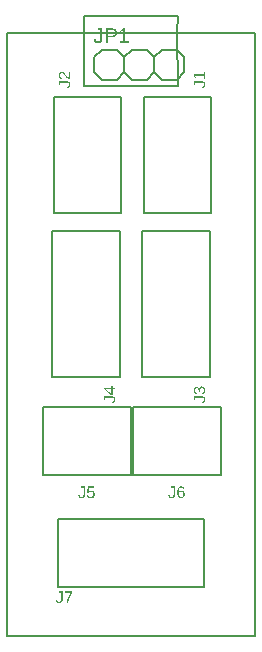
<source format=gbr>
G04 EAGLE Gerber RS-274X export*
G75*
%MOMM*%
%FSLAX34Y34*%
%LPD*%
%INSilkscreen Top*%
%IPPOS*%
%AMOC8*
5,1,8,0,0,1.08239X$1,22.5*%
G01*
G04 Define Apertures*
%ADD10C,0.127000*%
%ADD11C,0.152400*%
G36*
X328851Y805688D02*
X327178Y805688D01*
X327178Y818029D01*
X332372Y818029D01*
X332876Y818014D01*
X333351Y817968D01*
X333797Y817892D01*
X334213Y817786D01*
X334601Y817649D01*
X334959Y817482D01*
X335287Y817284D01*
X335586Y817057D01*
X335853Y816801D01*
X336085Y816521D01*
X336280Y816215D01*
X336440Y815885D01*
X336565Y815530D01*
X336654Y815150D01*
X336707Y814745D01*
X336725Y814315D01*
X336707Y813888D01*
X336654Y813484D01*
X336564Y813102D01*
X336439Y812743D01*
X336279Y812406D01*
X336082Y812092D01*
X335850Y811800D01*
X335582Y811530D01*
X335283Y811288D01*
X334959Y811078D01*
X334610Y810900D01*
X334234Y810755D01*
X333833Y810642D01*
X333407Y810561D01*
X332955Y810513D01*
X332477Y810496D01*
X328851Y810496D01*
X328851Y805688D01*
G37*
%LPC*%
G36*
X332241Y811819D02*
X332580Y811829D01*
X332898Y811858D01*
X333193Y811906D01*
X333467Y811974D01*
X333719Y812061D01*
X333949Y812168D01*
X334157Y812293D01*
X334343Y812439D01*
X334507Y812603D01*
X334649Y812787D01*
X334770Y812991D01*
X334868Y813213D01*
X334945Y813455D01*
X335000Y813717D01*
X335032Y813997D01*
X335043Y814298D01*
X335032Y814587D01*
X334998Y814858D01*
X334942Y815110D01*
X334864Y815344D01*
X334763Y815559D01*
X334639Y815755D01*
X334493Y815932D01*
X334325Y816091D01*
X334134Y816231D01*
X333921Y816352D01*
X333686Y816455D01*
X333427Y816539D01*
X333147Y816605D01*
X332844Y816651D01*
X332518Y816679D01*
X332171Y816689D01*
X328851Y816689D01*
X328851Y811819D01*
X332241Y811819D01*
G37*
%LPD*%
G36*
X346776Y805688D02*
X339042Y805688D01*
X339042Y807028D01*
X342186Y807028D01*
X342186Y816522D01*
X339401Y814534D01*
X339401Y816023D01*
X342318Y818029D01*
X343771Y818029D01*
X343771Y807028D01*
X346776Y807028D01*
X346776Y805688D01*
G37*
G36*
X320741Y805513D02*
X320359Y805526D01*
X319997Y805563D01*
X319654Y805627D01*
X319332Y805715D01*
X319030Y805829D01*
X318747Y805969D01*
X318485Y806133D01*
X318242Y806323D01*
X318020Y806538D01*
X317817Y806779D01*
X317634Y807045D01*
X317471Y807336D01*
X317328Y807652D01*
X317205Y807994D01*
X317102Y808361D01*
X317018Y808753D01*
X318656Y809025D01*
X318702Y808778D01*
X318760Y808545D01*
X318830Y808326D01*
X318912Y808121D01*
X319007Y807930D01*
X319114Y807752D01*
X319234Y807589D01*
X319366Y807440D01*
X319508Y807306D01*
X319659Y807191D01*
X319819Y807093D01*
X319987Y807013D01*
X320165Y806950D01*
X320351Y806906D01*
X320546Y806879D01*
X320749Y806870D01*
X320971Y806880D01*
X321181Y806910D01*
X321378Y806958D01*
X321564Y807027D01*
X321737Y807115D01*
X321899Y807223D01*
X322048Y807350D01*
X322186Y807497D01*
X322309Y807662D01*
X322416Y807846D01*
X322506Y808048D01*
X322580Y808268D01*
X322637Y808507D01*
X322678Y808764D01*
X322703Y809038D01*
X322711Y809332D01*
X322711Y816662D01*
X320338Y816662D01*
X320338Y818029D01*
X324375Y818029D01*
X324375Y809367D01*
X324360Y808930D01*
X324315Y808517D01*
X324239Y808128D01*
X324132Y807763D01*
X323996Y807422D01*
X323829Y807104D01*
X323631Y806811D01*
X323403Y806542D01*
X323149Y806301D01*
X322872Y806092D01*
X322573Y805915D01*
X322252Y805770D01*
X321907Y805658D01*
X321541Y805577D01*
X321152Y805529D01*
X320741Y805513D01*
G37*
G36*
X411400Y775385D02*
X410345Y775385D01*
X410345Y777861D01*
X402868Y777861D01*
X404434Y775668D01*
X403262Y775668D01*
X401682Y777965D01*
X401682Y779110D01*
X410345Y779110D01*
X410345Y781475D01*
X411400Y781475D01*
X411400Y775385D01*
G37*
G36*
X408986Y767468D02*
X408772Y768757D01*
X409150Y768839D01*
X409484Y768959D01*
X409775Y769118D01*
X410021Y769316D01*
X410217Y769547D01*
X410357Y769806D01*
X410406Y769945D01*
X410441Y770092D01*
X410462Y770245D01*
X410469Y770406D01*
X410461Y770580D01*
X410438Y770745D01*
X410400Y770901D01*
X410346Y771047D01*
X410276Y771184D01*
X410192Y771311D01*
X410091Y771429D01*
X409976Y771537D01*
X409845Y771634D01*
X409701Y771718D01*
X409541Y771789D01*
X409368Y771847D01*
X409180Y771892D01*
X408978Y771925D01*
X408762Y771944D01*
X408531Y771951D01*
X402758Y771951D01*
X402758Y770082D01*
X401682Y770082D01*
X401682Y773261D01*
X408503Y773261D01*
X408847Y773249D01*
X409173Y773213D01*
X409479Y773153D01*
X409766Y773070D01*
X410035Y772962D01*
X410285Y772830D01*
X410516Y772675D01*
X410728Y772495D01*
X410918Y772295D01*
X411082Y772077D01*
X411221Y771842D01*
X411335Y771589D01*
X411424Y771318D01*
X411487Y771029D01*
X411525Y770723D01*
X411538Y770399D01*
X411528Y770098D01*
X411498Y769813D01*
X411448Y769543D01*
X411378Y769290D01*
X411289Y769052D01*
X411179Y768829D01*
X411050Y768622D01*
X410900Y768431D01*
X410731Y768256D01*
X410541Y768096D01*
X410332Y767952D01*
X410103Y767824D01*
X409853Y767711D01*
X409584Y767614D01*
X409295Y767533D01*
X408986Y767468D01*
G37*
G36*
X297100Y775020D02*
X296224Y775020D01*
X295832Y775205D01*
X295465Y775410D01*
X295120Y775635D01*
X294800Y775878D01*
X294212Y776398D01*
X293683Y776944D01*
X293201Y777500D01*
X292755Y778051D01*
X292327Y778573D01*
X291900Y779041D01*
X291683Y779251D01*
X291462Y779440D01*
X291235Y779608D01*
X291003Y779755D01*
X290761Y779874D01*
X290503Y779959D01*
X290230Y780010D01*
X289941Y780027D01*
X289747Y780020D01*
X289563Y779998D01*
X289391Y779961D01*
X289231Y779910D01*
X289081Y779844D01*
X288943Y779763D01*
X288815Y779668D01*
X288700Y779558D01*
X288596Y779435D01*
X288506Y779301D01*
X288431Y779155D01*
X288368Y778998D01*
X288320Y778829D01*
X288286Y778649D01*
X288265Y778457D01*
X288258Y778254D01*
X288265Y778061D01*
X288285Y777875D01*
X288319Y777699D01*
X288366Y777531D01*
X288426Y777372D01*
X288501Y777222D01*
X288689Y776947D01*
X288802Y776826D01*
X288926Y776717D01*
X289061Y776622D01*
X289207Y776540D01*
X289364Y776471D01*
X289532Y776415D01*
X289710Y776373D01*
X289900Y776344D01*
X289782Y775075D01*
X289498Y775121D01*
X289229Y775189D01*
X288975Y775279D01*
X288736Y775391D01*
X288511Y775526D01*
X288302Y775683D01*
X288107Y775863D01*
X287927Y776065D01*
X287765Y776285D01*
X287625Y776521D01*
X287507Y776772D01*
X287410Y777038D01*
X287334Y777319D01*
X287280Y777616D01*
X287248Y777928D01*
X287237Y778254D01*
X287248Y778611D01*
X287281Y778947D01*
X287335Y779261D01*
X287411Y779554D01*
X287508Y779825D01*
X287627Y780076D01*
X287768Y780305D01*
X287931Y780513D01*
X288113Y780698D01*
X288314Y780859D01*
X288532Y780994D01*
X288769Y781105D01*
X289025Y781192D01*
X289298Y781254D01*
X289590Y781291D01*
X289900Y781303D01*
X290182Y781287D01*
X290463Y781238D01*
X290744Y781157D01*
X291024Y781044D01*
X291303Y780899D01*
X291582Y780723D01*
X291862Y780515D01*
X292141Y780275D01*
X292459Y779962D01*
X292853Y779532D01*
X293872Y778323D01*
X294489Y777611D01*
X294773Y777316D01*
X295041Y777061D01*
X295299Y776843D01*
X295553Y776658D01*
X295801Y776505D01*
X296045Y776385D01*
X296045Y781455D01*
X297100Y781455D01*
X297100Y775020D01*
G37*
G36*
X294686Y767468D02*
X294472Y768757D01*
X294850Y768839D01*
X295184Y768959D01*
X295475Y769118D01*
X295721Y769316D01*
X295917Y769547D01*
X296057Y769806D01*
X296106Y769945D01*
X296141Y770092D01*
X296162Y770245D01*
X296169Y770406D01*
X296161Y770580D01*
X296138Y770745D01*
X296100Y770901D01*
X296046Y771047D01*
X295976Y771184D01*
X295892Y771311D01*
X295791Y771429D01*
X295676Y771537D01*
X295545Y771634D01*
X295401Y771718D01*
X295241Y771789D01*
X295068Y771847D01*
X294880Y771892D01*
X294678Y771925D01*
X294462Y771944D01*
X294231Y771951D01*
X288458Y771951D01*
X288458Y770082D01*
X287382Y770082D01*
X287382Y773261D01*
X294203Y773261D01*
X294547Y773249D01*
X294873Y773213D01*
X295179Y773153D01*
X295466Y773070D01*
X295735Y772962D01*
X295985Y772830D01*
X296216Y772675D01*
X296428Y772495D01*
X296618Y772295D01*
X296782Y772077D01*
X296921Y771842D01*
X297035Y771589D01*
X297124Y771318D01*
X297187Y771029D01*
X297225Y770723D01*
X297238Y770399D01*
X297228Y770098D01*
X297198Y769813D01*
X297148Y769543D01*
X297078Y769290D01*
X296989Y769052D01*
X296879Y768829D01*
X296750Y768622D01*
X296600Y768431D01*
X296431Y768256D01*
X296241Y768096D01*
X296032Y767952D01*
X295803Y767824D01*
X295553Y767711D01*
X295284Y767614D01*
X294995Y767533D01*
X294686Y767468D01*
G37*
G36*
X408903Y508147D02*
X408786Y509430D01*
X408995Y509468D01*
X409190Y509518D01*
X409372Y509580D01*
X409540Y509656D01*
X409695Y509744D01*
X409837Y509844D01*
X409965Y509958D01*
X410079Y510084D01*
X410180Y510222D01*
X410268Y510374D01*
X410342Y510538D01*
X410403Y510714D01*
X410450Y510904D01*
X410483Y511106D01*
X410504Y511320D01*
X410510Y511548D01*
X410503Y511776D01*
X410481Y511991D01*
X410445Y512194D01*
X410395Y512385D01*
X410330Y512562D01*
X410250Y512728D01*
X410157Y512880D01*
X410048Y513020D01*
X409926Y513145D01*
X409789Y513254D01*
X409639Y513346D01*
X409474Y513421D01*
X409295Y513479D01*
X409103Y513521D01*
X408896Y513546D01*
X408676Y513555D01*
X408483Y513545D01*
X408301Y513516D01*
X408130Y513469D01*
X407970Y513402D01*
X407820Y513316D01*
X407682Y513211D01*
X407554Y513087D01*
X407438Y512944D01*
X407333Y512783D01*
X407243Y512605D01*
X407167Y512410D01*
X407104Y512198D01*
X407055Y511970D01*
X407021Y511724D01*
X407000Y511461D01*
X406993Y511182D01*
X406993Y510479D01*
X405917Y510479D01*
X405917Y511154D01*
X405910Y511402D01*
X405889Y511636D01*
X405854Y511855D01*
X405806Y512061D01*
X405743Y512251D01*
X405667Y512428D01*
X405576Y512590D01*
X405472Y512737D01*
X405356Y512869D01*
X405228Y512983D01*
X405090Y513080D01*
X404942Y513159D01*
X404783Y513220D01*
X404613Y513264D01*
X404432Y513291D01*
X404241Y513299D01*
X404051Y513292D01*
X403872Y513271D01*
X403703Y513235D01*
X403544Y513185D01*
X403395Y513120D01*
X403256Y513041D01*
X403128Y512948D01*
X403010Y512841D01*
X402904Y512719D01*
X402812Y512584D01*
X402735Y512434D01*
X402671Y512271D01*
X402622Y512094D01*
X402586Y511903D01*
X402565Y511698D01*
X402558Y511479D01*
X402565Y511278D01*
X402584Y511088D01*
X402617Y510907D01*
X402663Y510736D01*
X402722Y510575D01*
X402795Y510424D01*
X402880Y510283D01*
X402979Y510151D01*
X403089Y510031D01*
X403211Y509924D01*
X403343Y509830D01*
X403486Y509750D01*
X403639Y509683D01*
X403804Y509629D01*
X403979Y509589D01*
X404165Y509561D01*
X404069Y508313D01*
X403778Y508359D01*
X403505Y508426D01*
X403247Y508517D01*
X403006Y508629D01*
X402782Y508764D01*
X402574Y508921D01*
X402382Y509101D01*
X402206Y509303D01*
X402050Y509523D01*
X401914Y509759D01*
X401799Y510010D01*
X401705Y510276D01*
X401631Y510557D01*
X401579Y510854D01*
X401548Y511165D01*
X401537Y511492D01*
X401548Y511848D01*
X401580Y512183D01*
X401633Y512497D01*
X401707Y512792D01*
X401803Y513065D01*
X401919Y513319D01*
X402057Y513552D01*
X402217Y513765D01*
X402395Y513955D01*
X402590Y514119D01*
X402801Y514259D01*
X403030Y514373D01*
X403275Y514461D01*
X403536Y514525D01*
X403815Y514563D01*
X404110Y514575D01*
X404337Y514567D01*
X404554Y514543D01*
X404759Y514502D01*
X404954Y514445D01*
X405138Y514372D01*
X405311Y514282D01*
X405473Y514177D01*
X405624Y514055D01*
X405764Y513917D01*
X405892Y513765D01*
X406008Y513598D01*
X406113Y513416D01*
X406205Y513219D01*
X406287Y513008D01*
X406356Y512782D01*
X406414Y512541D01*
X406441Y512541D01*
X406478Y512806D01*
X406531Y513055D01*
X406599Y513290D01*
X406683Y513510D01*
X406782Y513714D01*
X406896Y513904D01*
X407026Y514078D01*
X407172Y514237D01*
X407331Y514380D01*
X407499Y514503D01*
X407677Y514607D01*
X407865Y514693D01*
X408063Y514759D01*
X408271Y514806D01*
X408489Y514835D01*
X408717Y514844D01*
X409044Y514831D01*
X409352Y514791D01*
X409640Y514724D01*
X409910Y514630D01*
X410161Y514510D01*
X410393Y514363D01*
X410606Y514190D01*
X410800Y513989D01*
X410973Y513764D01*
X411123Y513516D01*
X411250Y513245D01*
X411353Y512951D01*
X411434Y512634D01*
X411492Y512295D01*
X411526Y511933D01*
X411538Y511548D01*
X411528Y511188D01*
X411496Y510847D01*
X411444Y510524D01*
X411372Y510221D01*
X411278Y509936D01*
X411164Y509669D01*
X411028Y509421D01*
X410872Y509192D01*
X410696Y508984D01*
X410500Y508797D01*
X410284Y508633D01*
X410047Y508491D01*
X409791Y508372D01*
X409515Y508275D01*
X409219Y508200D01*
X408903Y508147D01*
G37*
G36*
X408986Y500768D02*
X408772Y502057D01*
X409150Y502139D01*
X409484Y502259D01*
X409775Y502418D01*
X410021Y502616D01*
X410217Y502847D01*
X410357Y503106D01*
X410406Y503245D01*
X410441Y503392D01*
X410462Y503545D01*
X410469Y503706D01*
X410461Y503880D01*
X410438Y504045D01*
X410400Y504201D01*
X410346Y504347D01*
X410276Y504484D01*
X410192Y504611D01*
X410091Y504729D01*
X409976Y504837D01*
X409845Y504934D01*
X409701Y505018D01*
X409541Y505089D01*
X409368Y505147D01*
X409180Y505192D01*
X408978Y505225D01*
X408762Y505244D01*
X408531Y505251D01*
X402758Y505251D01*
X402758Y503382D01*
X401682Y503382D01*
X401682Y506561D01*
X408503Y506561D01*
X408847Y506549D01*
X409173Y506513D01*
X409479Y506453D01*
X409766Y506370D01*
X410035Y506262D01*
X410285Y506130D01*
X410516Y505975D01*
X410728Y505795D01*
X410918Y505595D01*
X411082Y505377D01*
X411221Y505142D01*
X411335Y504889D01*
X411424Y504618D01*
X411487Y504329D01*
X411525Y504023D01*
X411538Y503699D01*
X411528Y503398D01*
X411498Y503113D01*
X411448Y502843D01*
X411378Y502590D01*
X411289Y502352D01*
X411179Y502129D01*
X411050Y501922D01*
X410900Y501731D01*
X410731Y501556D01*
X410541Y501396D01*
X410332Y501252D01*
X410103Y501124D01*
X409853Y501011D01*
X409584Y500914D01*
X409295Y500833D01*
X408986Y500768D01*
G37*
G36*
X333000Y507934D02*
X332034Y507934D01*
X325482Y512382D01*
X325482Y513686D01*
X332021Y513686D01*
X332021Y515051D01*
X333000Y515051D01*
X333000Y513686D01*
X335200Y513686D01*
X335200Y512513D01*
X333000Y512513D01*
X333000Y507934D01*
G37*
%LPC*%
G36*
X332021Y509078D02*
X332021Y512513D01*
X326882Y512513D01*
X327248Y512320D01*
X327703Y512051D01*
X331372Y509561D01*
X331883Y509189D01*
X332021Y509078D01*
G37*
%LPD*%
G36*
X332786Y500768D02*
X332572Y502057D01*
X332950Y502139D01*
X333284Y502259D01*
X333575Y502418D01*
X333821Y502616D01*
X334017Y502847D01*
X334157Y503106D01*
X334206Y503245D01*
X334241Y503392D01*
X334262Y503545D01*
X334269Y503706D01*
X334261Y503880D01*
X334238Y504045D01*
X334200Y504201D01*
X334146Y504347D01*
X334076Y504484D01*
X333992Y504611D01*
X333891Y504729D01*
X333776Y504837D01*
X333645Y504934D01*
X333501Y505018D01*
X333341Y505089D01*
X333168Y505147D01*
X332980Y505192D01*
X332778Y505225D01*
X332562Y505244D01*
X332331Y505251D01*
X326558Y505251D01*
X326558Y503382D01*
X325482Y503382D01*
X325482Y506561D01*
X332303Y506561D01*
X332647Y506549D01*
X332973Y506513D01*
X333279Y506453D01*
X333566Y506370D01*
X333835Y506262D01*
X334085Y506130D01*
X334316Y505975D01*
X334528Y505795D01*
X334718Y505595D01*
X334882Y505377D01*
X335021Y505142D01*
X335135Y504889D01*
X335224Y504618D01*
X335287Y504329D01*
X335325Y504023D01*
X335338Y503699D01*
X335328Y503398D01*
X335298Y503113D01*
X335248Y502843D01*
X335178Y502590D01*
X335089Y502352D01*
X334979Y502129D01*
X334850Y501922D01*
X334700Y501731D01*
X334531Y501556D01*
X334341Y501396D01*
X334132Y501252D01*
X333903Y501124D01*
X333653Y501011D01*
X333384Y500914D01*
X333095Y500833D01*
X332786Y500768D01*
G37*
G36*
X314573Y420312D02*
X314242Y420321D01*
X313927Y420349D01*
X313628Y420396D01*
X313346Y420460D01*
X313080Y420544D01*
X312830Y420646D01*
X312597Y420766D01*
X312380Y420905D01*
X312181Y421062D01*
X312001Y421235D01*
X311841Y421425D01*
X311699Y421631D01*
X311577Y421854D01*
X311474Y422094D01*
X311390Y422350D01*
X311325Y422623D01*
X312580Y422767D01*
X312698Y422430D01*
X312854Y422137D01*
X313049Y421889D01*
X313282Y421686D01*
X313554Y421529D01*
X313864Y421416D01*
X314213Y421348D01*
X314601Y421326D01*
X314844Y421335D01*
X315074Y421364D01*
X315290Y421411D01*
X315492Y421477D01*
X315681Y421562D01*
X315857Y421665D01*
X316018Y421788D01*
X316167Y421929D01*
X316299Y422087D01*
X316414Y422259D01*
X316511Y422446D01*
X316591Y422646D01*
X316653Y422860D01*
X316697Y423089D01*
X316723Y423331D01*
X316732Y423588D01*
X316723Y423812D01*
X316697Y424025D01*
X316652Y424227D01*
X316590Y424417D01*
X316510Y424597D01*
X316412Y424766D01*
X316297Y424924D01*
X316163Y425071D01*
X316015Y425204D01*
X315854Y425318D01*
X315681Y425416D01*
X315495Y425495D01*
X315297Y425557D01*
X315087Y425601D01*
X314864Y425628D01*
X314629Y425637D01*
X314381Y425627D01*
X314142Y425597D01*
X313912Y425547D01*
X313691Y425478D01*
X313473Y425385D01*
X313256Y425264D01*
X313039Y425116D01*
X312822Y424940D01*
X311608Y424940D01*
X311932Y430168D01*
X317456Y430168D01*
X317456Y429113D01*
X313063Y429113D01*
X312877Y426030D01*
X313085Y426175D01*
X313305Y426301D01*
X313537Y426408D01*
X313782Y426495D01*
X314039Y426563D01*
X314308Y426612D01*
X314590Y426641D01*
X314884Y426650D01*
X315233Y426637D01*
X315565Y426598D01*
X315878Y426532D01*
X316173Y426440D01*
X316449Y426322D01*
X316708Y426177D01*
X316948Y426006D01*
X317170Y425809D01*
X317370Y425591D01*
X317543Y425356D01*
X317689Y425106D01*
X317809Y424840D01*
X317902Y424558D01*
X317969Y424260D01*
X318009Y423946D01*
X318022Y423616D01*
X318008Y423241D01*
X317965Y422888D01*
X317893Y422554D01*
X317793Y422241D01*
X317665Y421949D01*
X317508Y421677D01*
X317322Y421426D01*
X317108Y421195D01*
X316869Y420988D01*
X316607Y420809D01*
X316323Y420657D01*
X316017Y420533D01*
X315690Y420436D01*
X315340Y420367D01*
X314968Y420326D01*
X314573Y420312D01*
G37*
G36*
X306849Y420312D02*
X306548Y420322D01*
X306263Y420352D01*
X305993Y420402D01*
X305740Y420472D01*
X305502Y420561D01*
X305279Y420671D01*
X305072Y420801D01*
X304881Y420950D01*
X304706Y421119D01*
X304546Y421309D01*
X304402Y421518D01*
X304274Y421747D01*
X304161Y421997D01*
X304064Y422266D01*
X303983Y422555D01*
X303918Y422864D01*
X305207Y423078D01*
X305289Y422700D01*
X305409Y422366D01*
X305568Y422076D01*
X305766Y421829D01*
X305997Y421633D01*
X306256Y421493D01*
X306395Y421444D01*
X306542Y421409D01*
X306695Y421388D01*
X306856Y421381D01*
X307030Y421389D01*
X307195Y421412D01*
X307351Y421450D01*
X307497Y421504D01*
X307634Y421574D01*
X307761Y421658D01*
X307879Y421759D01*
X307987Y421874D01*
X308084Y422005D01*
X308168Y422149D01*
X308239Y422309D01*
X308297Y422482D01*
X308342Y422670D01*
X308375Y422872D01*
X308394Y423088D01*
X308401Y423319D01*
X308401Y429092D01*
X306532Y429092D01*
X306532Y430168D01*
X309711Y430168D01*
X309711Y423347D01*
X309699Y423003D01*
X309663Y422678D01*
X309603Y422371D01*
X309520Y422084D01*
X309412Y421815D01*
X309280Y421565D01*
X309125Y421334D01*
X308945Y421122D01*
X308745Y420933D01*
X308527Y420768D01*
X308292Y420629D01*
X308039Y420515D01*
X307768Y420426D01*
X307479Y420363D01*
X307173Y420325D01*
X306849Y420312D01*
G37*
G36*
X391056Y420312D02*
X390658Y420331D01*
X390284Y420388D01*
X389934Y420484D01*
X389608Y420617D01*
X389306Y420789D01*
X389028Y420999D01*
X388775Y421247D01*
X388546Y421533D01*
X388342Y421855D01*
X388165Y422213D01*
X388016Y422605D01*
X387894Y423031D01*
X387799Y423493D01*
X387731Y423989D01*
X387690Y424519D01*
X387677Y425085D01*
X387691Y425698D01*
X387733Y426274D01*
X387804Y426813D01*
X387903Y427316D01*
X388030Y427782D01*
X388185Y428212D01*
X388368Y428605D01*
X388580Y428961D01*
X388818Y429278D01*
X389080Y429552D01*
X389365Y429785D01*
X389675Y429975D01*
X390009Y430123D01*
X390366Y430228D01*
X390747Y430292D01*
X391153Y430313D01*
X391421Y430305D01*
X391677Y430282D01*
X391921Y430243D01*
X392151Y430189D01*
X392369Y430119D01*
X392574Y430034D01*
X392766Y429934D01*
X392946Y429818D01*
X393113Y429686D01*
X393267Y429539D01*
X393409Y429377D01*
X393537Y429199D01*
X393653Y429006D01*
X393757Y428797D01*
X393847Y428573D01*
X393925Y428333D01*
X392739Y428119D01*
X392634Y428397D01*
X392502Y428638D01*
X392343Y428842D01*
X392156Y429009D01*
X391943Y429139D01*
X391702Y429232D01*
X391434Y429287D01*
X391139Y429306D01*
X390881Y429290D01*
X390638Y429244D01*
X390410Y429167D01*
X390197Y429058D01*
X389999Y428919D01*
X389815Y428749D01*
X389647Y428548D01*
X389494Y428316D01*
X389357Y428055D01*
X389239Y427766D01*
X389139Y427449D01*
X389057Y427105D01*
X388993Y426733D01*
X388948Y426333D01*
X388920Y425905D01*
X388911Y425450D01*
X389097Y425745D01*
X389318Y426003D01*
X389573Y426223D01*
X389863Y426406D01*
X390181Y426549D01*
X390522Y426651D01*
X390885Y426713D01*
X391270Y426733D01*
X391598Y426720D01*
X391908Y426681D01*
X392201Y426615D01*
X392476Y426523D01*
X392734Y426404D01*
X392975Y426260D01*
X393198Y426089D01*
X393405Y425892D01*
X393590Y425672D01*
X393750Y425435D01*
X393886Y425179D01*
X393997Y424905D01*
X394083Y424614D01*
X394145Y424304D01*
X394182Y423976D01*
X394194Y423630D01*
X394181Y423255D01*
X394142Y422901D01*
X394077Y422567D01*
X393986Y422254D01*
X393868Y421960D01*
X393725Y421687D01*
X393555Y421434D01*
X393360Y421202D01*
X393141Y420993D01*
X392903Y420813D01*
X392645Y420660D01*
X392367Y420534D01*
X392069Y420437D01*
X391751Y420368D01*
X391414Y420326D01*
X391056Y420312D01*
G37*
%LPC*%
G36*
X391015Y421312D02*
X391233Y421322D01*
X391439Y421350D01*
X391633Y421397D01*
X391815Y421463D01*
X391985Y421548D01*
X392142Y421652D01*
X392288Y421774D01*
X392422Y421916D01*
X392541Y422074D01*
X392645Y422246D01*
X392733Y422432D01*
X392805Y422632D01*
X392860Y422846D01*
X392900Y423075D01*
X392924Y423318D01*
X392932Y423574D01*
X392924Y423831D01*
X392900Y424072D01*
X392859Y424298D01*
X392803Y424509D01*
X392730Y424705D01*
X392641Y424886D01*
X392536Y425051D01*
X392415Y425202D01*
X392279Y425336D01*
X392131Y425452D01*
X391970Y425551D01*
X391796Y425631D01*
X391609Y425694D01*
X391410Y425739D01*
X391198Y425766D01*
X390973Y425774D01*
X390761Y425767D01*
X390560Y425743D01*
X390369Y425703D01*
X390188Y425648D01*
X390018Y425576D01*
X389858Y425489D01*
X389709Y425386D01*
X389570Y425268D01*
X389445Y425135D01*
X389336Y424990D01*
X389244Y424834D01*
X389169Y424665D01*
X389111Y424484D01*
X389069Y424292D01*
X389044Y424087D01*
X389035Y423871D01*
X389044Y423596D01*
X389070Y423334D01*
X389113Y423085D01*
X389174Y422848D01*
X389252Y422625D01*
X389348Y422413D01*
X389460Y422215D01*
X389591Y422029D01*
X389734Y421861D01*
X389888Y421716D01*
X390051Y421592D01*
X390224Y421491D01*
X390407Y421413D01*
X390600Y421357D01*
X390802Y421323D01*
X391015Y421312D01*
G37*
%LPD*%
G36*
X383049Y420312D02*
X382748Y420322D01*
X382463Y420352D01*
X382193Y420402D01*
X381940Y420472D01*
X381702Y420561D01*
X381479Y420671D01*
X381272Y420801D01*
X381081Y420950D01*
X380906Y421119D01*
X380746Y421309D01*
X380602Y421518D01*
X380474Y421747D01*
X380361Y421997D01*
X380264Y422266D01*
X380183Y422555D01*
X380118Y422864D01*
X381407Y423078D01*
X381489Y422700D01*
X381609Y422366D01*
X381768Y422076D01*
X381966Y421829D01*
X382197Y421633D01*
X382456Y421493D01*
X382595Y421444D01*
X382742Y421409D01*
X382895Y421388D01*
X383056Y421381D01*
X383230Y421389D01*
X383395Y421412D01*
X383551Y421450D01*
X383697Y421504D01*
X383834Y421574D01*
X383961Y421658D01*
X384079Y421759D01*
X384187Y421874D01*
X384284Y422005D01*
X384368Y422149D01*
X384439Y422309D01*
X384497Y422482D01*
X384542Y422670D01*
X384575Y422872D01*
X384594Y423088D01*
X384601Y423319D01*
X384601Y429092D01*
X382732Y429092D01*
X382732Y430168D01*
X385911Y430168D01*
X385911Y423347D01*
X385899Y423003D01*
X385863Y422678D01*
X385803Y422371D01*
X385720Y422084D01*
X385612Y421815D01*
X385480Y421565D01*
X385325Y421334D01*
X385145Y421122D01*
X384945Y420933D01*
X384727Y420768D01*
X384492Y420629D01*
X384239Y420515D01*
X383968Y420426D01*
X383679Y420363D01*
X383373Y420325D01*
X383049Y420312D01*
G37*
G36*
X287799Y331412D02*
X287498Y331422D01*
X287213Y331452D01*
X286943Y331502D01*
X286690Y331572D01*
X286452Y331661D01*
X286229Y331771D01*
X286022Y331901D01*
X285831Y332050D01*
X285656Y332219D01*
X285496Y332409D01*
X285352Y332618D01*
X285224Y332847D01*
X285111Y333097D01*
X285014Y333366D01*
X284933Y333655D01*
X284868Y333964D01*
X286157Y334178D01*
X286239Y333800D01*
X286359Y333466D01*
X286518Y333176D01*
X286716Y332929D01*
X286947Y332733D01*
X287206Y332593D01*
X287345Y332544D01*
X287492Y332509D01*
X287645Y332488D01*
X287806Y332481D01*
X287980Y332489D01*
X288145Y332512D01*
X288301Y332550D01*
X288447Y332604D01*
X288584Y332674D01*
X288711Y332758D01*
X288829Y332859D01*
X288937Y332974D01*
X289034Y333105D01*
X289118Y333249D01*
X289189Y333409D01*
X289247Y333582D01*
X289292Y333770D01*
X289325Y333972D01*
X289344Y334188D01*
X289351Y334419D01*
X289351Y340192D01*
X287482Y340192D01*
X287482Y341268D01*
X290661Y341268D01*
X290661Y334447D01*
X290649Y334103D01*
X290613Y333778D01*
X290553Y333471D01*
X290470Y333184D01*
X290362Y332915D01*
X290230Y332665D01*
X290075Y332434D01*
X289895Y332222D01*
X289695Y332033D01*
X289477Y331868D01*
X289242Y331729D01*
X288989Y331615D01*
X288718Y331526D01*
X288429Y331463D01*
X288123Y331425D01*
X287799Y331412D01*
G37*
G36*
X295523Y331550D02*
X294227Y331550D01*
X294239Y332019D01*
X294276Y332493D01*
X294338Y332974D01*
X294424Y333461D01*
X294535Y333955D01*
X294671Y334454D01*
X294831Y334959D01*
X295016Y335471D01*
X295230Y335995D01*
X295477Y336539D01*
X295758Y337103D01*
X296071Y337686D01*
X296417Y338288D01*
X296797Y338910D01*
X297209Y339552D01*
X297655Y340213D01*
X292434Y340213D01*
X292434Y341268D01*
X298855Y341268D01*
X298855Y340261D01*
X298165Y339185D01*
X297584Y338231D01*
X297113Y337402D01*
X296751Y336695D01*
X296463Y336052D01*
X296214Y335414D01*
X296003Y334780D01*
X295830Y334150D01*
X295696Y333517D01*
X295600Y332872D01*
X295543Y332217D01*
X295523Y331550D01*
G37*
D10*
X243610Y813800D02*
X308610Y813800D01*
X387610Y813800D01*
X453610Y813800D01*
X453610Y303800D01*
X243610Y303800D01*
X243610Y813800D01*
X308610Y813800D02*
X308610Y828800D01*
X388610Y828800D01*
X387610Y813800D01*
X308610Y813800D02*
X308610Y768800D01*
X388610Y768800D01*
X387610Y813800D01*
D11*
X336550Y800100D02*
X323850Y800100D01*
X336550Y800100D02*
X342900Y793750D01*
X342900Y781050D01*
X336550Y774700D01*
X342900Y793750D02*
X349250Y800100D01*
X361950Y800100D01*
X368300Y793750D01*
X368300Y781050D01*
X361950Y774700D01*
X349250Y774700D01*
X342900Y781050D01*
X317500Y781050D02*
X317500Y793750D01*
X323850Y800100D01*
X317500Y781050D02*
X323850Y774700D01*
X336550Y774700D01*
X368300Y793750D02*
X374650Y800100D01*
X387350Y800100D01*
X393700Y793750D01*
X393700Y781050D01*
X387350Y774700D01*
X374650Y774700D01*
X368300Y781050D01*
X359200Y760300D02*
X359200Y661300D01*
X416700Y661300D02*
X416700Y760300D01*
X416700Y661300D02*
X359200Y661300D01*
X359200Y760300D02*
X416700Y760300D01*
X283000Y760300D02*
X283000Y661300D01*
X340500Y661300D02*
X340500Y760300D01*
X340500Y661300D02*
X283000Y661300D01*
X283000Y760300D02*
X340500Y760300D01*
X415500Y646800D02*
X415500Y522800D01*
X358000Y522800D02*
X358000Y646800D01*
X415500Y646800D01*
X415500Y522800D02*
X358000Y522800D01*
X339300Y522800D02*
X339300Y646800D01*
X281800Y646800D02*
X281800Y522800D01*
X281800Y646800D02*
X339300Y646800D01*
X339300Y522800D02*
X281800Y522800D01*
X274350Y440050D02*
X348350Y440050D01*
X348350Y497550D01*
X274350Y497550D02*
X274350Y440050D01*
X274350Y497550D02*
X348350Y497550D01*
X350550Y440050D02*
X424550Y440050D01*
X424550Y497550D01*
X350550Y497550D02*
X350550Y440050D01*
X350550Y497550D02*
X424550Y497550D01*
X410650Y402800D02*
X286650Y402800D01*
X286650Y345300D02*
X410650Y345300D01*
X286650Y345300D02*
X286650Y402800D01*
X410650Y402800D02*
X410650Y345300D01*
M02*

</source>
